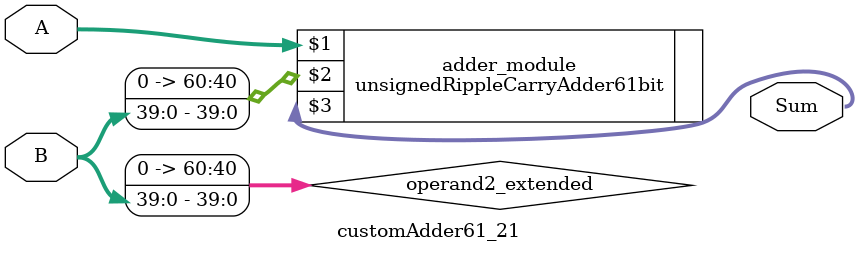
<source format=v>
module customAdder61_21(
                        input [60 : 0] A,
                        input [39 : 0] B,
                        
                        output [61 : 0] Sum
                );

        wire [60 : 0] operand2_extended;
        
        assign operand2_extended =  {21'b0, B};
        
        unsignedRippleCarryAdder61bit adder_module(
            A,
            operand2_extended,
            Sum
        );
        
        endmodule
        
</source>
